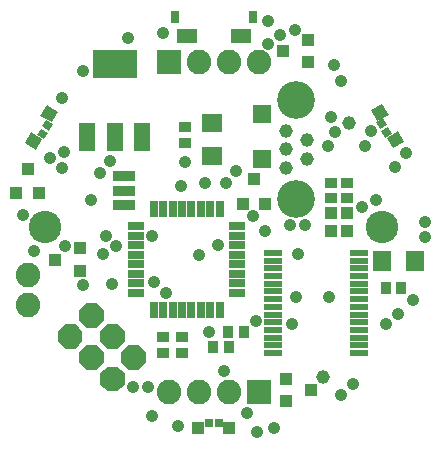
<source format=gts>
G75*
G70*
%OFA0B0*%
%FSLAX24Y24*%
%IPPOS*%
%LPD*%
%AMOC8*
5,1,8,0,0,1.08239X$1,22.5*
%
%ADD10C,0.1080*%
%ADD11R,0.0356X0.0434*%
%ADD12R,0.0434X0.0356*%
%ADD13R,0.0749X0.0356*%
%ADD14R,0.0300X0.0580*%
%ADD15R,0.0580X0.0300*%
%ADD16C,0.0820*%
%ADD17R,0.0257X0.0277*%
%ADD18R,0.0415X0.0434*%
%ADD19R,0.0277X0.0257*%
%ADD20R,0.0434X0.0415*%
%ADD21R,0.0560X0.0960*%
%ADD22R,0.1497X0.0946*%
%ADD23R,0.0710X0.0631*%
%ADD24R,0.0434X0.0395*%
%ADD25R,0.0395X0.0434*%
%ADD26R,0.0631X0.0631*%
%ADD27C,0.0164*%
%ADD28R,0.0630X0.0217*%
%ADD29C,0.0456*%
%ADD30C,0.1261*%
%ADD31R,0.0395X0.0395*%
%ADD32R,0.0631X0.0710*%
%ADD33R,0.0651X0.0493*%
%ADD34R,0.0316X0.0395*%
%ADD35R,0.0820X0.0820*%
%ADD36C,0.0420*%
D10*
X021890Y028500D03*
X033110Y028500D03*
D11*
X033244Y026450D03*
X033756Y026450D03*
X028506Y025000D03*
X027994Y025000D03*
X028006Y024500D03*
X027494Y024500D03*
D12*
X026450Y024294D03*
X026450Y024806D03*
X025800Y024806D03*
X025800Y024294D03*
X031400Y029444D03*
X031400Y029956D03*
X031950Y029956D03*
X031950Y029444D03*
X026550Y031294D03*
X026550Y031806D03*
D13*
X024500Y030172D03*
X024500Y029700D03*
X024500Y029228D03*
D14*
X025498Y029090D03*
X025813Y029090D03*
X026128Y029090D03*
X026443Y029090D03*
X026757Y029090D03*
X027072Y029090D03*
X027387Y029090D03*
X027702Y029090D03*
X027702Y025710D03*
X027387Y025710D03*
X027072Y025710D03*
X026757Y025710D03*
X026443Y025710D03*
X026128Y025710D03*
X025813Y025710D03*
X025498Y025710D03*
D15*
X024910Y026298D03*
X024910Y026613D03*
X024910Y026928D03*
X024910Y027243D03*
X024910Y027557D03*
X024910Y027872D03*
X024910Y028187D03*
X024910Y028502D03*
X028290Y028502D03*
X028290Y028187D03*
X028290Y027872D03*
X028290Y027557D03*
X028290Y027243D03*
X028290Y026928D03*
X028290Y026613D03*
X028290Y026298D03*
D16*
X028000Y023000D03*
X027000Y023000D03*
X026000Y023000D03*
X021300Y025900D03*
X021300Y026900D03*
X027000Y034000D03*
X028000Y034000D03*
X029000Y034000D03*
D17*
X027669Y021938D03*
X027331Y021938D03*
D18*
X026972Y021800D03*
X028020Y021800D03*
D19*
G36*
X033448Y031593D02*
X033210Y031455D01*
X033082Y031675D01*
X033320Y031813D01*
X033448Y031593D01*
G37*
G36*
X033279Y031887D02*
X033041Y031749D01*
X032913Y031969D01*
X033151Y032107D01*
X033279Y031887D01*
G37*
G36*
X021899Y032057D02*
X022137Y031919D01*
X022009Y031699D01*
X021771Y031837D01*
X021899Y032057D01*
G37*
G36*
X021730Y031763D02*
X021968Y031625D01*
X021840Y031405D01*
X021602Y031543D01*
X021730Y031763D01*
G37*
D20*
G36*
X021406Y031637D02*
X021781Y031420D01*
X021574Y031063D01*
X021199Y031280D01*
X021406Y031637D01*
G37*
G36*
X021930Y032544D02*
X022305Y032327D01*
X022098Y031970D01*
X021723Y032187D01*
X021930Y032544D01*
G37*
G36*
X033331Y032230D02*
X032956Y032013D01*
X032749Y032370D01*
X033124Y032587D01*
X033331Y032230D01*
G37*
G36*
X033855Y031323D02*
X033480Y031106D01*
X033273Y031463D01*
X033648Y031680D01*
X033855Y031323D01*
G37*
D21*
X025110Y031480D03*
X024200Y031480D03*
X023290Y031480D03*
D22*
X024200Y033920D03*
D23*
X027450Y031951D03*
X027450Y030849D03*
D24*
X023044Y027774D03*
X023044Y027026D03*
X022217Y027400D03*
X029906Y023424D03*
X029906Y022676D03*
X030733Y023050D03*
X030644Y033976D03*
X030644Y034724D03*
X029817Y034350D03*
D25*
X028850Y030083D03*
X028476Y029256D03*
X029224Y029256D03*
X021674Y029606D03*
X020926Y029606D03*
X021300Y030433D03*
D26*
X029100Y030752D03*
X029100Y032248D03*
D27*
X023461Y025312D02*
X023543Y025230D01*
X023271Y025230D01*
X023080Y025421D01*
X023080Y025693D01*
X023271Y025884D01*
X023543Y025884D01*
X023734Y025693D01*
X023734Y025421D01*
X023543Y025230D01*
X023492Y025353D01*
X023322Y025353D01*
X023203Y025472D01*
X023203Y025642D01*
X023322Y025761D01*
X023492Y025761D01*
X023611Y025642D01*
X023611Y025472D01*
X023492Y025353D01*
X023441Y025476D01*
X023373Y025476D01*
X023326Y025523D01*
X023326Y025591D01*
X023373Y025638D01*
X023441Y025638D01*
X023488Y025591D01*
X023488Y025523D01*
X023441Y025476D01*
X024168Y024605D02*
X024250Y024523D01*
X023978Y024523D01*
X023787Y024714D01*
X023787Y024986D01*
X023978Y025177D01*
X024250Y025177D01*
X024441Y024986D01*
X024441Y024714D01*
X024250Y024523D01*
X024199Y024646D01*
X024029Y024646D01*
X023910Y024765D01*
X023910Y024935D01*
X024029Y025054D01*
X024199Y025054D01*
X024318Y024935D01*
X024318Y024765D01*
X024199Y024646D01*
X024148Y024769D01*
X024080Y024769D01*
X024033Y024816D01*
X024033Y024884D01*
X024080Y024931D01*
X024148Y024931D01*
X024195Y024884D01*
X024195Y024816D01*
X024148Y024769D01*
X024875Y023898D02*
X024957Y023816D01*
X024685Y023816D01*
X024494Y024007D01*
X024494Y024279D01*
X024685Y024470D01*
X024957Y024470D01*
X025148Y024279D01*
X025148Y024007D01*
X024957Y023816D01*
X024906Y023939D01*
X024736Y023939D01*
X024617Y024058D01*
X024617Y024228D01*
X024736Y024347D01*
X024906Y024347D01*
X025025Y024228D01*
X025025Y024058D01*
X024906Y023939D01*
X024855Y024062D01*
X024787Y024062D01*
X024740Y024109D01*
X024740Y024177D01*
X024787Y024224D01*
X024855Y024224D01*
X024902Y024177D01*
X024902Y024109D01*
X024855Y024062D01*
X024168Y023191D02*
X024250Y023109D01*
X023978Y023109D01*
X023787Y023300D01*
X023787Y023572D01*
X023978Y023763D01*
X024250Y023763D01*
X024441Y023572D01*
X024441Y023300D01*
X024250Y023109D01*
X024199Y023232D01*
X024029Y023232D01*
X023910Y023351D01*
X023910Y023521D01*
X024029Y023640D01*
X024199Y023640D01*
X024318Y023521D01*
X024318Y023351D01*
X024199Y023232D01*
X024148Y023355D01*
X024080Y023355D01*
X024033Y023402D01*
X024033Y023470D01*
X024080Y023517D01*
X024148Y023517D01*
X024195Y023470D01*
X024195Y023402D01*
X024148Y023355D01*
X023461Y023898D02*
X023543Y023816D01*
X023271Y023816D01*
X023080Y024007D01*
X023080Y024279D01*
X023271Y024470D01*
X023543Y024470D01*
X023734Y024279D01*
X023734Y024007D01*
X023543Y023816D01*
X023492Y023939D01*
X023322Y023939D01*
X023203Y024058D01*
X023203Y024228D01*
X023322Y024347D01*
X023492Y024347D01*
X023611Y024228D01*
X023611Y024058D01*
X023492Y023939D01*
X023441Y024062D01*
X023373Y024062D01*
X023326Y024109D01*
X023326Y024177D01*
X023373Y024224D01*
X023441Y024224D01*
X023488Y024177D01*
X023488Y024109D01*
X023441Y024062D01*
X022754Y024605D02*
X022836Y024523D01*
X022564Y024523D01*
X022373Y024714D01*
X022373Y024986D01*
X022564Y025177D01*
X022836Y025177D01*
X023027Y024986D01*
X023027Y024714D01*
X022836Y024523D01*
X022785Y024646D01*
X022615Y024646D01*
X022496Y024765D01*
X022496Y024935D01*
X022615Y025054D01*
X022785Y025054D01*
X022904Y024935D01*
X022904Y024765D01*
X022785Y024646D01*
X022734Y024769D01*
X022666Y024769D01*
X022619Y024816D01*
X022619Y024884D01*
X022666Y024931D01*
X022734Y024931D01*
X022781Y024884D01*
X022781Y024816D01*
X022734Y024769D01*
D28*
X029461Y024798D03*
X029461Y024543D03*
X029461Y024287D03*
X029461Y025054D03*
X029461Y025310D03*
X029461Y025566D03*
X029461Y025822D03*
X029461Y026078D03*
X029461Y026334D03*
X029461Y026590D03*
X029461Y026846D03*
X029461Y027102D03*
X029461Y027357D03*
X029461Y027613D03*
X032339Y027613D03*
X032339Y027357D03*
X032339Y027102D03*
X032339Y026846D03*
X032339Y026590D03*
X032339Y026334D03*
X032339Y026078D03*
X032339Y025822D03*
X032339Y025566D03*
X032339Y025310D03*
X032339Y025054D03*
X032339Y024798D03*
X032339Y024543D03*
X032339Y024287D03*
D29*
X031150Y023500D03*
X029896Y030440D03*
X030604Y030755D03*
X029896Y031070D03*
X029896Y031700D03*
X030604Y031385D03*
X032000Y031950D03*
D30*
X030250Y032724D03*
X030250Y029416D03*
D31*
X031400Y028945D03*
X031950Y028945D03*
X031950Y028355D03*
X031400Y028355D03*
D32*
X033099Y027350D03*
X034201Y027350D03*
D33*
X028396Y034856D03*
X026604Y034856D03*
D34*
X026201Y035494D03*
X028799Y035494D03*
D35*
X026000Y034000D03*
X029000Y023000D03*
D36*
X026300Y021850D03*
X025450Y022200D03*
X025300Y023150D03*
X024800Y023150D03*
X027350Y025000D03*
X027850Y023700D03*
X028600Y022300D03*
X028950Y021650D03*
X029500Y021800D03*
X031750Y022900D03*
X032150Y023250D03*
X033250Y025250D03*
X033650Y025600D03*
X034150Y026050D03*
X034550Y028150D03*
X034550Y028650D03*
X032900Y029400D03*
X032450Y029150D03*
X033550Y030500D03*
X033900Y030950D03*
X032550Y031200D03*
X032750Y031700D03*
X031550Y031650D03*
X031300Y031200D03*
X031400Y032150D03*
X031750Y033350D03*
X031500Y033900D03*
X030200Y035050D03*
X029700Y034900D03*
X029300Y034600D03*
X029300Y035350D03*
X025800Y034950D03*
X024650Y034800D03*
X023150Y033700D03*
X022450Y032800D03*
X022500Y031000D03*
X022050Y030800D03*
X022450Y030450D03*
X023700Y030300D03*
X024050Y030700D03*
X023400Y029400D03*
X023900Y028200D03*
X024250Y027850D03*
X023800Y027600D03*
X024100Y026600D03*
X023150Y026550D03*
X022539Y027839D03*
X021500Y027700D03*
X021150Y028900D03*
X025450Y028200D03*
X025500Y026650D03*
X025913Y026300D03*
X027000Y027550D03*
X027650Y027900D03*
X028800Y028850D03*
X029200Y028350D03*
X030050Y028550D03*
X030550Y028550D03*
X030300Y027600D03*
X030250Y026150D03*
X030100Y025250D03*
X028900Y025350D03*
X031350Y026150D03*
X027900Y029950D03*
X028250Y030350D03*
X027200Y029950D03*
X026400Y029850D03*
X026550Y030650D03*
M02*

</source>
